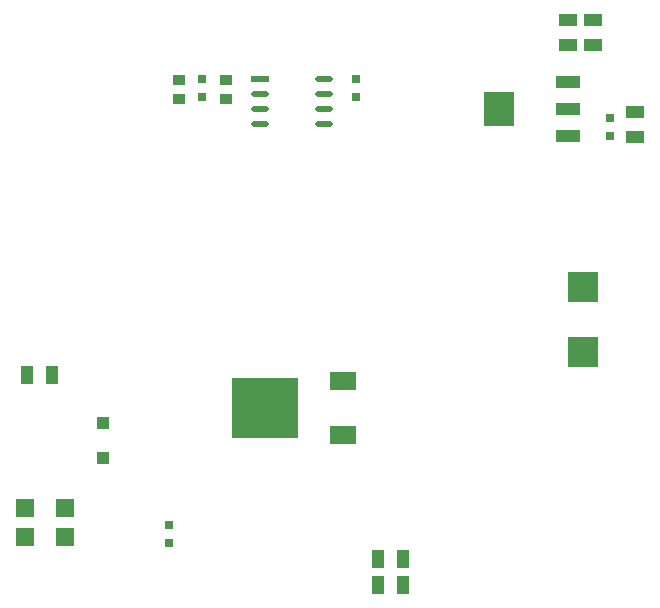
<source format=gtp>
G04*
G04 #@! TF.GenerationSoftware,Altium Limited,Altium Designer,18.1.9 (240)*
G04*
G04 Layer_Color=8421504*
%FSLAX25Y25*%
%MOIN*%
G70*
G01*
G75*
%ADD17R,0.03937X0.03937*%
%ADD18R,0.05984X0.06299*%
%ADD19R,0.09843X0.09843*%
%ADD20R,0.22000X0.20500*%
%ADD21R,0.08800X0.06000*%
%ADD22R,0.03000X0.03000*%
%ADD23R,0.09843X0.11811*%
%ADD24R,0.07874X0.03937*%
%ADD25R,0.05906X0.04000*%
%ADD26R,0.03937X0.03740*%
%ADD27R,0.04000X0.05906*%
%ADD28R,0.05906X0.01968*%
%ADD29O,0.05906X0.01968*%
D17*
X50000Y65095D02*
D03*
Y76906D02*
D03*
D18*
X37482Y39000D02*
D03*
X24018D02*
D03*
X37482Y48422D02*
D03*
X24018D02*
D03*
D19*
X210000Y122280D02*
D03*
Y100626D02*
D03*
D20*
X104100Y81800D02*
D03*
D21*
X130100Y90800D02*
D03*
Y72800D02*
D03*
D22*
X134541Y185504D02*
D03*
Y191504D02*
D03*
X72000Y43000D02*
D03*
Y37000D02*
D03*
X82959Y191496D02*
D03*
Y185496D02*
D03*
X218959Y178696D02*
D03*
Y172696D02*
D03*
D23*
X182000Y181500D02*
D03*
D24*
X205000D02*
D03*
Y172445D02*
D03*
Y190555D02*
D03*
D25*
Y211213D02*
D03*
Y202787D02*
D03*
X213500Y211213D02*
D03*
Y202787D02*
D03*
X227500Y180713D02*
D03*
Y172287D02*
D03*
D26*
X91000Y185000D02*
D03*
Y191299D02*
D03*
X75500D02*
D03*
Y185000D02*
D03*
D27*
X24787Y93000D02*
D03*
X33213D02*
D03*
X150213Y23000D02*
D03*
X141787D02*
D03*
X150213Y31500D02*
D03*
X141787D02*
D03*
D28*
X102347Y191500D02*
D03*
D29*
Y186500D02*
D03*
Y181500D02*
D03*
Y176500D02*
D03*
X123846Y191500D02*
D03*
Y186500D02*
D03*
Y181500D02*
D03*
Y176500D02*
D03*
M02*

</source>
